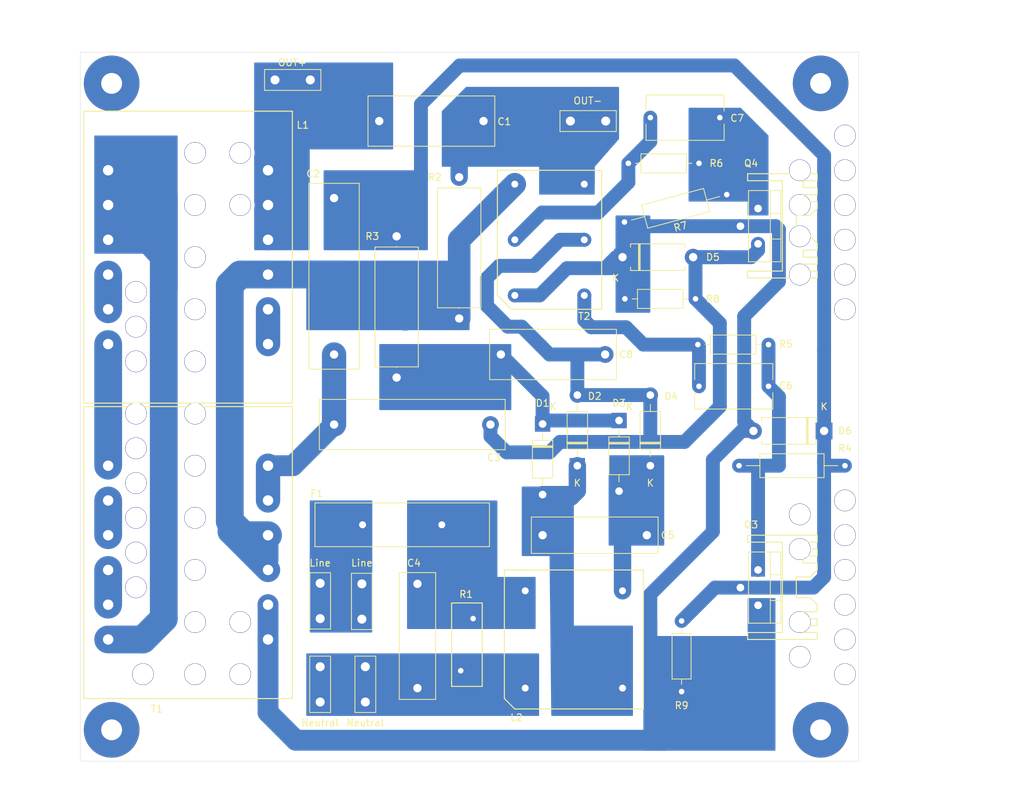
<source format=kicad_pcb>
(kicad_pcb (version 20210424) (generator pcbnew)
  (layers (0 "F.Cu" signal) (31 "B.Cu" signal) (34 "B.Paste" user) (35 "F.Paste" user) (36 "B.SilkS" user "B.Silkscreen") (37 "F.SilkS" user "F.Silkscreen") (38 "B.Mask" user) (39 "F.Mask" user) (44 "Edge.Cuts" user))
  (net 0 "")
  (net 1 "Net-(C1-Pad2)")
  (net 2 "Net-(C1-Pad1)")
  (net 3 "Net-(C2-Pad2)")
  (net 4 "Net-(C2-Pad1)")
  (net 5 "Net-(C3-Pad1)")
  (net 6 "Net-(C4-Pad2)")
  (net 7 "Net-(C4-Pad1)")
  (net 8 "Net-(C5-Pad2)")
  (net 9 "Net-(C5-Pad1)")
  (net 10 "Net-(C6-Pad2)")
  (net 11 "Net-(C6-Pad1)")
  (net 12 "Net-(C7-Pad2)")
  (net 13 "Net-(C7-Pad1)")
  (net 14 "Net-(C8-Pad2)")
  (net 15 "Net-(CONN1-Pad1)")
  (net 16 "Net-(D5-Pad1)")
  (net 17 "Net-(L1-Pad9)")
  (net 18 "Net-(L1-Pad7)")
  (net 19 "Net-(L1-Pad6)")
  (net 20 "Net-(L1-Pad4)")
  (net 21 "Net-(L1-Pad1)")
  (net 22 "Net-(T1-Pad4)")
  (net 23 "Net-(T1-Pad2)")
  (footprint "Capacitor_THT:C_Rect_L18.0mm_W7.0mm_P15.00mm_FKS3_FKP3" (layer "F.Cu") (at 86.5 35.42 180)
    (fp_text reference "C1" (at -3 -0.08) (layer "F.SilkS"))
    (fp_text value "DNP")
    (pad "1" thru_hole circle locked (at 0 0 180) (size 2.4 2.4) (drill 1.2) (layers *.Cu *.Mask) (net 2 "Net-(C1-Pad1)"))
    (pad "2" thru_hole circle locked (at 15 0 180) (size 2.4 2.4) (drill 1.2) (layers *.Cu *.Mask) (net 1 "Net-(C1-Pad2)"))
  )
  (footprint "Capacitor_THT:C_Rect_L26.5mm_W7.0mm_P22.50mm_MKS4" (layer "F.Cu") (at 65 46.5 -90)
    (fp_text reference "C2" (at -3.5 3 180) (layer "F.SilkS"))
    (fp_text value "105j630v")
    (pad "1" thru_hole circle locked (at 0 0 270) (size 2.4 2.4) (drill 1.2) (layers *.Cu *.Mask) (net 4 "Net-(C2-Pad1)"))
    (pad "2" thru_hole circle locked (at 22.5 0 270) (size 2.4 2.4) (drill 1.2) (layers *.Cu *.Mask) (net 3 "Net-(C2-Pad2)"))
  )
  (footprint "Capacitor_THT:C_Rect_L26.5mm_W7.0mm_P22.50mm_MKS4" (layer "F.Cu") (at 87.5 79.08 180)
    (fp_text reference "C3" (at -0.5 -4.75) (layer "F.SilkS"))
    (fp_text value "105j630v")
    (pad "1" thru_hole circle locked (at 0 0 180) (size 2.4 2.4) (drill 1.2) (layers *.Cu *.Mask) (net 5 "Net-(C3-Pad1)"))
    (pad "2" thru_hole circle locked (at 22.5 0 180) (size 2.4 2.4) (drill 1.2) (layers *.Cu *.Mask) (net 3 "Net-(C2-Pad2)"))
  )
  (footprint "Capacitor_THT:C_Rect_L18.0mm_W5.0mm_P15.00mm_FKS3_FKP3" (layer "F.Cu") (at 77 102 -90)
    (fp_text reference "C4" (at -3 0.5 180) (layer "F.SilkS"))
    (fp_text value ".1uF @ 275V")
    (pad "1" thru_hole circle locked (at 0 0 270) (size 2.4 2.4) (drill 1.2) (layers *.Cu *.Mask) (net 7 "Net-(C4-Pad1)"))
    (pad "2" thru_hole circle locked (at 15 0 270) (size 2.4 2.4) (drill 1.2) (layers *.Cu *.Mask) (net 6 "Net-(C4-Pad2)"))
  )
  (footprint "Capacitor_THT:C_Rect_L18.0mm_W5.0mm_P15.00mm_FKS3_FKP3" (layer "F.Cu") (at 110 95 180)
    (fp_text reference "C5" (at -3 0) (layer "F.SilkS"))
    (fp_text value ".1uF @ 275V")
    (pad "1" thru_hole circle locked (at 0 0 180) (size 2.4 2.4) (drill 1.2) (layers *.Cu *.Mask) (net 9 "Net-(C5-Pad1)"))
    (pad "2" thru_hole circle locked (at 15 0 180) (size 2.4 2.4) (drill 1.2) (layers *.Cu *.Mask) (net 8 "Net-(C5-Pad2)"))
  )
  (footprint "Capacitor_THT:C_Rect_L11.0mm_W6.3mm_P10.00mm_MKT" (layer "F.Cu") (at 127.5 73.58 180)
    (fp_text reference "C6" (at -2.5 0.08) (layer "F.SilkS"))
    (fp_text value "330nF @ 400V")
    (pad "1" thru_hole circle locked (at 0 0 180) (size 1.6 1.6) (drill 0.8) (layers *.Cu *.Mask) (net 11 "Net-(C6-Pad1)"))
    (pad "2" thru_hole circle locked (at 10 0 180) (size 1.6 1.6) (drill 0.8) (layers *.Cu *.Mask) (net 10 "Net-(C6-Pad2)"))
  )
  (footprint "Capacitor_THT:C_Rect_L11.0mm_W6.3mm_P10.00mm_MKT" (layer "F.Cu") (at 120.5 34.92 180)
    (fp_text reference "C7" (at -2.5 -0.08) (layer "F.SilkS"))
    (fp_text value "330nF @ 400V")
    (pad "1" thru_hole circle locked (at 0 0 180) (size 1.6 1.6) (drill 0.8) (layers *.Cu *.Mask) (net 13 "Net-(C7-Pad1)"))
    (pad "2" thru_hole circle locked (at 10 0 180) (size 1.6 1.6) (drill 0.8) (layers *.Cu *.Mask) (net 12 "Net-(C7-Pad2)"))
  )
  (footprint "Capacitor_THT:C_Rect_L18.0mm_W7.0mm_P15.00mm_FKS3_FKP3" (layer "F.Cu") (at 104 69 180)
    (fp_text reference "C8" (at -3 0) (layer "F.SilkS"))
    (fp_text value "DNP")
    (pad "1" thru_hole circle locked (at 0 0 180) (size 2.4 2.4) (drill 1.2) (layers *.Cu *.Mask) (net 5 "Net-(C3-Pad1)"))
    (pad "2" thru_hole circle locked (at 15 0 180) (size 2.4 2.4) (drill 1.2) (layers *.Cu *.Mask) (net 14 "Net-(C8-Pad2)"))
  )
  (footprint "MyCustomParts:Connector_Tab_Pitch5.08mm_Drill1.3mm" (layer "F.Cu") (at 63 107 90)
    (fp_text reference "CONN1")
    (fp_text value "Line" (at 8 0 180) (layer "F.SilkS"))
    (pad "1" thru_hole roundrect locked (at 0 0 90) (size 2.6 2.6) (drill 1.3) (layers *.Cu *.Mask) (net 15 "Net-(CONN1-Pad1)"))
    (pad "1" thru_hole circle locked (at 5.08 0 90) (size 2.6 2.6) (drill 1.3) (layers *.Cu *.Mask) (net 15 "Net-(CONN1-Pad1)"))
  )
  (footprint "MyCustomParts:Connector_Tab_Pitch5.08mm_Drill1.3mm" (layer "F.Cu") (at 69 107.08 90)
    (fp_text reference "CONN2")
    (fp_text value "Line" (at 8.08 0 180) (layer "F.SilkS"))
    (pad "1" thru_hole circle locked (at 5.08 0 90) (size 2.6 2.6) (drill 1.3) (layers *.Cu *.Mask) (net 15 "Net-(CONN1-Pad1)"))
    (pad "1" thru_hole roundrect locked (at 0 0 90) (size 2.6 2.6) (drill 1.3) (layers *.Cu *.Mask) (net 15 "Net-(CONN1-Pad1)"))
  )
  (footprint "MyCustomParts:Connector_Tab_Pitch5.08mm_Drill1.3mm" (layer "F.Cu") (at 63 119 90)
    (fp_text reference "CONN3")
    (fp_text value "Neutral" (at -3 0 180) (layer "F.SilkS"))
    (pad "1" thru_hole circle locked (at 5.08 0 90) (size 2.6 2.6) (drill 1.3) (layers *.Cu *.Mask) (net 6 "Net-(C4-Pad2)"))
    (pad "1" thru_hole roundrect locked (at 0 0 90) (size 2.6 2.6) (drill 1.3) (layers *.Cu *.Mask) (net 6 "Net-(C4-Pad2)"))
  )
  (footprint "MyCustomParts:Connector_Tab_Pitch5.08mm_Drill1.3mm" (layer "F.Cu") (at 69.5 119 90)
    (fp_text reference "CONN4")
    (fp_text value "Neutral" (at -3 0 180) (layer "F.SilkS"))
    (pad "1" thru_hole circle locked (at 5.08 0 90) (size 2.6 2.6) (drill 1.3) (layers *.Cu *.Mask) (net 6 "Net-(C4-Pad2)"))
    (pad "1" thru_hole roundrect locked (at 0 0 90) (size 2.6 2.6) (drill 1.3) (layers *.Cu *.Mask) (net 6 "Net-(C4-Pad2)"))
  )
  (footprint "MyCustomParts:Connector_Tab_Pitch5.08mm_Drill1.3mm" (layer "F.Cu") (at 56.5 29.5)
    (fp_text reference "CONN5")
    (fp_text value "OUT+" (at 2.5 -2.5) (layer "F.SilkS"))
    (pad "1" thru_hole roundrect locked (at 0 0) (size 2.6 2.6) (drill 1.3) (layers *.Cu *.Mask) (net 1 "Net-(C1-Pad2)"))
    (pad "1" thru_hole circle locked (at 5.08 0) (size 2.6 2.6) (drill 1.3) (layers *.Cu *.Mask) (net 1 "Net-(C1-Pad2)"))
  )
  (footprint "MyCustomParts:Connector_Tab_Pitch5.08mm_Drill1.3mm" (layer "F.Cu") (at 99 35.42)
    (fp_text reference "CONN6")
    (fp_text value "OUT-" (at 2.5 -2.92) (layer "F.SilkS"))
    (pad "1" thru_hole circle locked (at 5.08 0) (size 2.6 2.6) (drill 1.3) (layers *.Cu *.Mask) (net 2 "Net-(C1-Pad1)"))
    (pad "1" thru_hole roundrect locked (at 0 0) (size 2.6 2.6) (drill 1.3) (layers *.Cu *.Mask) (net 2 "Net-(C1-Pad1)"))
  )
  (footprint "Diode_THT:D_DO-41_SOD81_P10.16mm_Horizontal" (layer "F.Cu") (at 95 79 -90)
    (fp_text reference "D1" (at -3 0 180) (layer "F.SilkS"))
    (fp_text value "1N4007")
    (fp_text user "K" (at -2.5 -1.5 180) (layer "F.SilkS"))
    (pad "1" thru_hole rect locked (at 0 0 270) (size 2.2 2.2) (drill 1.1) (layers *.Cu *.Mask) (net 14 "Net-(C8-Pad2)"))
    (pad "2" thru_hole oval locked (at 10.16 0 270) (size 2.2 2.2) (drill 1.1) (layers *.Cu *.Mask) (net 8 "Net-(C5-Pad2)"))
  )
  (footprint "Diode_THT:D_DO-41_SOD81_P10.16mm_Horizontal" (layer "F.Cu") (at 100 85 90)
    (fp_text reference "D2" (at 10 2.5 180) (layer "F.SilkS"))
    (fp_text value "1N4007")
    (fp_text user "K" (at -2.5 0 180) (layer "F.SilkS"))
    (pad "1" thru_hole rect locked (at 0 0 90) (size 2.2 2.2) (drill 1.1) (layers *.Cu *.Mask) (net 8 "Net-(C5-Pad2)"))
    (pad "2" thru_hole oval locked (at 10.16 0 90) (size 2.2 2.2) (drill 1.1) (layers *.Cu *.Mask) (net 5 "Net-(C3-Pad1)"))
  )
  (footprint "Diode_THT:D_DO-41_SOD81_P10.16mm_Horizontal" (layer "F.Cu") (at 106 78.5 -90)
    (fp_text reference "D3" (at -2.5 0 180) (layer "F.SilkS"))
    (fp_text value "1N4007")
    (fp_text user "K" (at -2 -1.5 180) (layer "F.SilkS"))
    (pad "1" thru_hole rect locked (at 0 0 270) (size 2.2 2.2) (drill 1.1) (layers *.Cu *.Mask) (net 14 "Net-(C8-Pad2)"))
    (pad "2" thru_hole oval locked (at 10.16 0 270) (size 2.2 2.2) (drill 1.1) (layers *.Cu *.Mask) (net 9 "Net-(C5-Pad1)"))
  )
  (footprint "Diode_THT:D_DO-41_SOD81_P10.16mm_Horizontal" (layer "F.Cu") (at 110.5 85 90)
    (fp_text reference "D4" (at 10 3 180) (layer "F.SilkS"))
    (fp_text value "1N4007")
    (fp_text user "K" (at -2.5 0 180) (layer "F.SilkS"))
    (pad "1" thru_hole rect locked (at 0 0 90) (size 2.2 2.2) (drill 1.1) (layers *.Cu *.Mask) (net 9 "Net-(C5-Pad1)"))
    (pad "2" thru_hole oval locked (at 10.16 0 90) (size 2.2 2.2) (drill 1.1) (layers *.Cu *.Mask) (net 5 "Net-(C3-Pad1)"))
  )
  (footprint "Diode_THT:D_DO-15_P10.16mm_Horizontal" (layer "F.Cu") (at 106.5 55)
    (fp_text reference "D5" (at 13 0) (layer "F.SilkS"))
    (fp_text value "FR157")
    (fp_text user "K" (at -1 3) (layer "F.SilkS"))
    (pad "1" thru_hole rect locked (at 0 0) (size 2.4 2.4) (drill 1.2) (layers *.Cu *.Mask) (net 16 "Net-(D5-Pad1)"))
    (pad "2" thru_hole oval locked (at 10.16 0) (size 2.4 2.4) (drill 1.2) (layers *.Cu *.Mask) (net 5 "Net-(C3-Pad1)"))
  )
  (footprint "Diode_THT:D_DO-15_P10.16mm_Horizontal" (layer "F.Cu") (at 135.5 80 180)
    (fp_text reference "D6" (at -3 0) (layer "F.SilkS"))
    (fp_text value "FR157")
    (fp_text user "K" (at 0 3.5) (layer "F.SilkS"))
    (pad "1" thru_hole rect locked (at 0 0 180) (size 2.4 2.4) (drill 1.2) (layers *.Cu *.Mask) (net 4 "Net-(C2-Pad1)"))
    (pad "2" thru_hole oval locked (at 10.16 0 180) (size 2.4 2.4) (drill 1.2) (layers *.Cu *.Mask) (net 16 "Net-(D5-Pad1)"))
  )
  (footprint "Fuse:Fuse_Littelfuse-LVR200" (layer "F.Cu") (at 80.5 93.5 180)
    (fp_text reference "F1" (at 18 4.5) (layer "F.SilkS"))
    (fp_text value "3.15A")
    (pad "1" thru_hole circle locked (at 0 0 180) (size 2 2) (drill 1) (layers *.Cu *.Mask) (net 7 "Net-(C4-Pad1)"))
    (pad "2" thru_hole circle locked (at 11.4 0 180) (size 2 2) (drill 1) (layers *.Cu *.Mask) (net 15 "Net-(CONN1-Pad1)"))
  )
  (footprint "MyCustomParts:Transformer_12pin_23mm_5pp" (layer "F.Cu") (at 44 55 -90)
    (fp_text reference "L1" (at -19 -16.5 unlocked) (layer "F.SilkS"))
    (fp_text value "Transformer_110_220-DG2")
    (pad "1" thru_hole circle locked (at -12.5 11.5 270) (size 3 3) (drill 1.5) (layers *.Cu *.Mask) (net 21 "Net-(L1-Pad1)"))
    (pad "2" thru_hole circle locked (at -7.5 11.5 270) (size 3 3) (drill 1.5) (layers *.Cu *.Mask) (net 21 "Net-(L1-Pad1)"))
    (pad "3" thru_hole circle locked (at -2.5 11.5 270) (size 3 3) (drill 1.5) (layers *.Cu *.Mask) (net 21 "Net-(L1-Pad1)"))
    (pad "4" thru_hole circle locked (at 2.5 11.5 270) (size 3 3) (drill 1.5) (layers *.Cu *.Mask) (net 20 "Net-(L1-Pad4)"))
    (pad "5" thru_hole circle locked (at 7.5 11.5 270) (size 3 3) (drill 1.5) (layers *.Cu *.Mask) (net 20 "Net-(L1-Pad4)"))
    (pad "6" thru_hole circle locked (at 12.5 11.5 270) (size 3 3) (drill 1.5) (layers *.Cu *.Mask) (net 19 "Net-(L1-Pad6)"))
    (pad "7" thru_hole circle locked (at 12.5 -11.5 270) (size 3 3) (drill 1.5) (layers *.Cu *.Mask) (net 18 "Net-(L1-Pad7)"))
    (pad "8" thru_hole circle locked (at 7.5 -11.5 270) (size 3 3) (drill 1.5) (layers *.Cu *.Mask) (net 18 "Net-(L1-Pad7)"))
    (pad "9" thru_hole circle locked (at 2.5 -11.5 270) (size 3 3) (drill 1.5) (layers *.Cu *.Mask) (net 17 "Net-(L1-Pad9)"))
    (pad "10" thru_hole circle locked (at -2.5 -11.5 270) (size 3 3) (drill 1.5) (layers *.Cu *.Mask) (net 1 "Net-(C1-Pad2)"))
    (pad "11" thru_hole circle locked (at -7.5 -11.5 270) (size 3 3) (drill 1.5) (layers *.Cu *.Mask) (net 1 "Net-(C1-Pad2)"))
    (pad "12" thru_hole circle locked (at -12.5 -11.5 270) (size 3 3) (drill 1.5) (layers *.Cu *.Mask) (net 1 "Net-(C1-Pad2)"))
  )
  (footprint "MyCustomParts:Inductor_Custom_1to1" (layer "F.Cu") (at 99.5 110)
    (fp_text reference "L2" (at -8.25 11.25 unlocked) (layer "F.SilkS"))
    (fp_text value "43uH")
    (pad "1" thru_hole circle locked (at -7 7) (size 2 2) (drill 1) (layers *.Cu *.Mask) (net 6 "Net-(C4-Pad2)"))
    (pad "2" thru_hole circle locked (at 7 7) (size 2 2) (drill 1) (layers *.Cu *.Mask) (net 8 "Net-(C5-Pad2)"))
    (pad "3" thru_hole circle locked (at 7 -7) (size 2 2) (drill 1) (layers *.Cu *.Mask) (net 9 "Net-(C5-Pad1)"))
    (pad "4" thru_hole circle locked (at -7 -7) (size 2 2) (drill 1) (layers *.Cu *.Mask) (net 7 "Net-(C4-Pad1)"))
  )
  (footprint "Package_TO_SOT_THT:TO-220-3_Vertical" (layer "F.Cu") (at 126 100 -90)
    (fp_text reference "Q3" (at -6.5 1) (layer "F.SilkS"))
    (fp_text value "FJP13009H2TU")
    (pad "1" thru_hole rect locked (at 0 0 270) (size 1.905 2) (drill 1.1) (layers *.Cu *.Mask) (net 11 "Net-(C6-Pad1)"))
    (pad "2" thru_hole oval locked (at 2.54 2.54 270) (size 1.905 2) (drill 1.1) (layers *.Cu *.Mask) (net 4 "Net-(C2-Pad1)"))
    (pad "3" thru_hole oval locked (at 5.08 0 270) (size 1.905 2) (drill 1.1) (layers *.Cu *.Mask) (net 16 "Net-(D5-Pad1)"))
  )
  (footprint "Package_TO_SOT_THT:TO-220-3_Vertical" (layer "F.Cu") (at 126 48 -90)
    (fp_text reference "Q4" (at -6.5 1) (layer "F.SilkS"))
    (fp_text value "FJP13009H2TU")
    (pad "1" thru_hole rect locked (at 0 0 270) (size 1.905 2) (drill 1.1) (layers *.Cu *.Mask) (net 13 "Net-(C7-Pad1)"))
    (pad "2" thru_hole oval locked (at 2.54 2.54 270) (size 1.905 2) (drill 1.1) (layers *.Cu *.Mask) (net 16 "Net-(D5-Pad1)"))
    (pad "3" thru_hole oval locked (at 5.08 0 270) (size 1.905 2) (drill 1.1) (layers *.Cu *.Mask) (net 5 "Net-(C3-Pad1)"))
  )
  (footprint "Varistor:RV_Disc_D12mm_W4.4mm_P7.5mm" (layer "F.Cu") (at 85 107 -90)
    (fp_text reference "R1" (at -3.5 1 180) (layer "F.SilkS"))
    (fp_text value "10D471K")
    (pad "1" thru_hole circle locked (at 0 0 270) (size 1.8 1.8) (drill 0.8) (layers *.Cu *.Mask) (net 7 "Net-(C4-Pad1)"))
    (pad "2" thru_hole circle locked (at 7.5 1.775 270) (size 1.8 1.8) (drill 0.8) (layers *.Cu *.Mask) (net 6 "Net-(C4-Pad2)"))
  )
  (footprint "Resistor_THT:R_Axial_DIN0617_L17.0mm_D6.0mm_P20.32mm_Horizontal" (layer "F.Cu") (at 83 43.5 -90)
    (fp_text reference "R2" (at 0 3.5 180) (layer "F.SilkS"))
    (fp_text value "5.1R @ 3W")
    (pad "1" thru_hole circle locked (at 0 0 270) (size 2.4 2.4) (drill 1.2) (layers *.Cu *.Mask) (net 2 "Net-(C1-Pad1)"))
    (pad "2" thru_hole oval locked (at 20.32 0 270) (size 2.4 2.4) (drill 1.2) (layers *.Cu *.Mask) (net 17 "Net-(L1-Pad9)"))
  )
  (footprint "Resistor_THT:R_Axial_DIN0617_L17.0mm_D6.0mm_P20.32mm_Horizontal" (layer "F.Cu") (at 74 52 -90)
    (fp_text reference "R3" (at 0 3.5 180) (layer "F.SilkS"))
    (fp_text value "0R")
    (pad "1" thru_hole circle locked (at 0 0 270) (size 2.4 2.4) (drill 1.2) (layers *.Cu *.Mask) (net 4 "Net-(C2-Pad1)"))
    (pad "2" thru_hole oval locked (at 20.32 0 270) (size 2.4 2.4) (drill 1.2) (layers *.Cu *.Mask) (net 14 "Net-(C8-Pad2)"))
  )
  (footprint "Resistor_THT:R_Axial_DIN0309_L9.0mm_D3.2mm_P15.24mm_Horizontal" (layer "F.Cu") (at 138.5 85 180)
    (fp_text reference "R4" (at 0 2.5) (layer "F.SilkS"))
    (fp_text value "24k @ 1W")
    (pad "1" thru_hole circle locked (at 0 0 180) (size 1.6 1.6) (drill 0.8) (layers *.Cu *.Mask) (net 4 "Net-(C2-Pad1)"))
    (pad "2" thru_hole oval locked (at 15.24 0 180) (size 1.6 1.6) (drill 0.8) (layers *.Cu *.Mask) (net 11 "Net-(C6-Pad1)"))
  )
  (footprint "Resistor_THT:R_Axial_DIN0207_L6.3mm_D2.5mm_P10.16mm_Horizontal" (layer "F.Cu") (at 127.5 67.58 180)
    (fp_text reference "R5" (at -2.5 0.08) (layer "F.SilkS"))
    (fp_text value "510R @ 0.5W")
    (pad "1" thru_hole circle locked (at 0 0 180) (size 1.6 1.6) (drill 0.8) (layers *.Cu *.Mask) (net 11 "Net-(C6-Pad1)"))
    (pad "2" thru_hole oval locked (at 10.16 0 180) (size 1.6 1.6) (drill 0.8) (layers *.Cu *.Mask) (net 10 "Net-(C6-Pad2)"))
  )
  (footprint "Resistor_THT:R_Axial_DIN0207_L6.3mm_D2.5mm_P10.16mm_Horizontal" (layer "F.Cu") (at 117.5 41.5 180)
    (fp_text reference "R6" (at -2.5 0) (layer "F.SilkS"))
    (fp_text value "510R @ 0.5W")
    (pad "1" thru_hole circle locked (at 0 0 180) (size 1.6 1.6) (drill 0.8) (layers *.Cu *.Mask) (net 13 "Net-(C7-Pad1)"))
    (pad "2" thru_hole oval locked (at 10.16 0 180) (size 1.6 1.6) (drill 0.8) (layers *.Cu *.Mask) (net 12 "Net-(C7-Pad2)"))
  )
  (footprint "Resistor_THT:R_Axial_DIN0309_L9.0mm_D3.2mm_P15.24mm_Horizontal" (layer "F.Cu") (at 121.5 46 -165)
    (fp_text reference "R7" (at 7.62 -2.72 15) (layer "F.SilkS"))
    (fp_text value "24k @ 1W")
    (pad "1" thru_hole circle locked (at 0 0 195) (size 1.6 1.6) (drill 0.8) (layers *.Cu *.Mask) (net 13 "Net-(C7-Pad1)"))
    (pad "2" thru_hole oval locked (at 15.24 0 195) (size 1.6 1.6) (drill 0.8) (layers *.Cu *.Mask) (net 16 "Net-(D5-Pad1)"))
  )
  (footprint "Resistor_THT:R_Axial_DIN0207_L6.3mm_D2.5mm_P10.16mm_Horizontal" (layer "F.Cu") (at 117 61 180)
    (fp_text reference "R8" (at -2.5 0) (layer "F.SilkS"))
    (fp_text value "DNP")
    (pad "1" thru_hole circle locked (at 0 0 180) (size 1.6 1.6) (drill 0.8) (layers *.Cu *.Mask) (net 5 "Net-(C3-Pad1)"))
    (pad "2" thru_hole oval locked (at 10.16 0 180) (size 1.6 1.6) (drill 0.8) (layers *.Cu *.Mask) (net 16 "Net-(D5-Pad1)"))
  )
  (footprint "Resistor_THT:R_Axial_DIN0207_L6.3mm_D2.5mm_P10.16mm_Horizontal" (layer "F.Cu") (at 115 117.5 90)
    (fp_text reference "R9" (at -2 0 180) (layer "F.SilkS"))
    (fp_text value "DNP")
    (pad "1" thru_hole circle locked (at 0 0 90) (size 1.6 1.6) (drill 0.8) (layers *.Cu *.Mask) (net 16 "Net-(D5-Pad1)"))
    (pad "2" thru_hole oval locked (at 10.16 0 90) (size 1.6 1.6) (drill 0.8) (layers *.Cu *.Mask) (net 4 "Net-(C2-Pad1)"))
  )
  (footprint "MyCustomParts:Transformer_12pin_23mm_5pp" (layer "F.Cu") (at 44 97.5 -90)
    (fp_text reference "T1" (at 22.5 4.5 unlocked) (layer "F.SilkS"))
    (fp_text value "Transformer_110-SY")
    (pad "1" thru_hole circle locked (at -12.5 11.5 270) (size 3 3) (drill 1.5) (layers *.Cu *.Mask) (net 19 "Net-(L1-Pad6)"))
    (pad "2" thru_hole circle locked (at -7.5 11.5 270) (size 3 3) (drill 1.5) (layers *.Cu *.Mask) (net 23 "Net-(T1-Pad2)"))
    (pad "3" thru_hole circle locked (at -2.5 11.5 270) (size 3 3) (drill 1.5) (layers *.Cu *.Mask) (net 23 "Net-(T1-Pad2)"))
    (pad "4" thru_hole circle locked (at 2.5 11.5 270) (size 3 3) (drill 1.5) (layers *.Cu *.Mask) (net 22 "Net-(T1-Pad4)"))
    (pad "5" thru_hole circle locked (at 7.5 11.5 270) (size 3 3) (drill 1.5) (layers *.Cu *.Mask) (net 22 "Net-(T1-Pad4)"))
    (pad "6" thru_hole circle locked (at 12.5 11.5 270) (size 3 3) (drill 1.5) (layers *.Cu *.Mask) (net 21 "Net-(L1-Pad1)"))
    (pad "7" thru_hole circle locked (at 12.5 -11.5 270) (size 3 3) (drill 1.5) (layers *.Cu *.Mask) (net 16 "Net-(D5-Pad1)"))
    (pad "8" thru_hole circle locked (at 7.5 -11.5 270) (size 3 3) (drill 1.5) (layers *.Cu *.Mask) (net 16 "Net-(D5-Pad1)"))
    (pad "9" thru_hole circle locked (at 2.5 -11.5 270) (size 3 3) (drill 1.5) (layers *.Cu *.Mask) (net 17 "Net-(L1-Pad9)"))
    (pad "10" thru_hole circle locked (at -2.5 -11.5 270) (size 3 3) (drill 1.5) (layers *.Cu *.Mask) (net 17 "Net-(L1-Pad9)"))
    (pad "11" thru_hole circle locked (at -7.5 -11.5 270) (size 3 3) (drill 1.5) (layers *.Cu *.Mask) (net 3 "Net-(C2-Pad2)"))
    (pad "12" thru_hole circle locked (at -12.5 -11.5 270) (size 3 3) (drill 1.5) (layers *.Cu *.Mask) (net 3 "Net-(C2-Pad2)"))
  )
  (footprint "MyCustomParts:Inductor_Custom_3x" (layer "F.Cu") (at 96 52.5)
    (fp_text reference "T2" (at 5 11 unlocked) (layer "F.SilkS"))
    (fp_text value "3in1")
    (pad "1" thru_hole circle locked (at -5 8) (size 2 2) (drill 1) (layers *.Cu *.Mask) (net 16 "Net-(D5-Pad1)"))
    (pad "2" thru_hole circle locked (at 5 8) (size 2 2) (drill 1) (layers *.Cu *.Mask) (net 10 "Net-(C6-Pad2)"))
    (pad "3" thru_hole circle locked (at -5 0) (size 2 2) (drill 1) (layers *.Cu *.Mask) (net 12 "Net-(C7-Pad2)"))
    (pad "4" thru_hole circle locked (at 5 0) (size 2 2) (drill 1) (layers *.Cu *.Mask) (net 5 "Net-(C3-Pad1)"))
    (pad "5" thru_hole circle locked (at -5 -8) (size 2 2) (drill 1) (layers *.Cu *.Mask) (net 17 "Net-(L1-Pad9)"))
    (pad "6" thru_hole circle locked (at 5 -8) (size 2 2) (drill 1) (layers *.Cu *.Mask) (net 2 "Net-(C1-Pad1)"))
  )
  (footprint "MyCustomParts:HEATSINK_15x10x25mm" (layer "F.Cu") (at 129.5 102.5 -90)
    (fp_text reference "HS1" hide)
    (fp_text value "Heatsink_Pad" hide)
  )
  (footprint "MyCustomParts:HEATSINK_15x10x25mm" (layer "F.Cu") (at 129.5 50.5 -90)
    (fp_text reference "HS2" hide)
    (fp_text value "Heatsink_Pad" hide)
  )
  (gr_line (start 28.5 127.5) (end 140.5 127.5) (layer "Edge.Cuts") (width 0.05))
  (gr_line (start 140.5 25.5) (end 28.5 25.5) (layer "Edge.Cuts") (width 0.05))
  (gr_line (start 140.5 127.5) (end 140.5 25.5) (layer "Edge.Cuts") (width 0.05))
  (gr_line (start 28.5 25.5) (end 28.5 127.5) (layer "Edge.Cuts") (width 0.05))
  (via (at 135 30) (size 8) (drill 3) (layers "F.Cu" "B.Cu") (net 0))
  (via (at 33 123) (size 8) (drill 3) (layers "F.Cu" "B.Cu") (net 0))
  (via (at 135 123) (size 8) (drill 3) (layers "F.Cu" "B.Cu") (net 0))
  (via (at 36.5 65) (size 3.1) (drill 3) (layers "F.Cu" "B.Cu") (net 0))
  (via (at 36.5 70) (size 3.1) (drill 3) (layers "F.Cu" "B.Cu") (net 0))
  (via (at 36.5 77.5) (size 3.1) (drill 3) (layers "F.Cu" "B.Cu") (net 0))
  (via (at 36.5 87.5) (size 3.1) (drill 3) (layers "F.Cu" "B.Cu") (net 0))
  (via (at 36.5 92.5) (size 3.1) (drill 3) (layers "F.Cu" "B.Cu") (net 0))
  (via (at 36.5 97.5) (size 3.1) (drill 3) (layers "F.Cu" "B.Cu") (net 0))
  (via (at 36.5 102.5) (size 3.1) (drill 3) (layers "F.Cu" "B.Cu") (net 0))
  (via (at 37.5 115) (size 3.1) (drill 3) (layers "F.Cu" "B.Cu") (net 0))
  (via (at 51.5 115) (size 3.1) (drill 3) (layers "F.Cu" "B.Cu") (net 0))
  (via (at 45 115) (size 3.1) (drill 3) (layers "F.Cu" "B.Cu") (net 0))
  (via (at 45 107.5) (size 3.1) (drill 3) (layers "F.Cu" "B.Cu") (net 0))
  (via (at 45 100) (size 3.1) (drill 3) (layers "F.Cu" "B.Cu") (net 0))
  (via (at 45 92.5) (size 3.1) (drill 3) (layers "F.Cu" "B.Cu") (net 0))
  (via (at 45 70) (size 3.1) (drill 3) (layers "F.Cu" "B.Cu") (net 0))
  (via (at 45 77.5) (size 3.1) (drill 3) (layers "F.Cu" "B.Cu") (net 0))
  (via (at 45 85) (size 3.1) (drill 3) (layers "F.Cu" "B.Cu") (net 0))
  (via (at 51.5 107.5) (size 3.1) (drill 3) (layers "F.Cu" "B.Cu") (net 0))
  (via (at 45 55) (size 3.1) (drill 3) (layers "F.Cu" "B.Cu") (net 0))
  (via (at 45 62.5) (size 3.1) (drill 3) (layers "F.Cu" "B.Cu") (net 0))
  (via (at 45 40) (size 3.1) (drill 3) (layers "F.Cu" "B.Cu") (net 0))
  (via (at 45 47.5) (size 3.1) (drill 3) (layers "F.Cu" "B.Cu") (net 0))
  (via (at 51.5 40) (size 3.1) (drill 3) (layers "F.Cu" "B.Cu") (net 0))
  (via (at 51.5 47.5) (size 3.1) (drill 3) (layers "F.Cu" "B.Cu") (net 0))
  (via (at 138.5 37.5) (size 3.1) (drill 3) (layers "F.Cu" "B.Cu") (net 0))
  (via (at 138.5 42.5) (size 3.1) (drill 3) (layers "F.Cu" "B.Cu") (net 0))
  (via (at 138.5 47.5) (size 3.1) (drill 3) (layers "F.Cu" "B.Cu") (net 0))
  (via (at 138.5 52.5) (size 3.1) (drill 3) (layers "F.Cu" "B.Cu") (net 0))
  (via (at 138.5 57.5) (size 3.1) (drill 3) (layers "F.Cu" "B.Cu") (net 0))
  (via (at 138.5 62.5) (size 3.1) (drill 3) (layers "F.Cu" "B.Cu") (net 0))
  (via (at 138.5 90) (size 3.1) (drill 3) (layers "F.Cu" "B.Cu") (net 0))
  (via (at 138.5 95) (size 3.1) (drill 3) (layers "F.Cu" "B.Cu") (net 0))
  (via (at 138.5 100) (size 3.1) (drill 3) (layers "F.Cu" "B.Cu") (net 0))
  (via (at 138.5 105) (size 3.1) (drill 3) (layers "F.Cu" "B.Cu") (net 0))
  (via (at 138.5 110) (size 3.1) (drill 3) (layers "F.Cu" "B.Cu") (net 0))
  (via (at 138.5 115) (size 3.1) (drill 3) (layers "F.Cu" "B.Cu") (net 0))
  (via (at 132 112.5) (size 3.1) (drill 3) (layers "F.Cu" "B.Cu") (net 0))
  (via (at 132 42.5) (size 3.1) (drill 3) (layers "F.Cu" "B.Cu") (net 0))
  (via (at 132 47.5) (size 3.1) (drill 3) (layers "F.Cu" "B.Cu") (net 0))
  (via (at 132 52) (size 3.1) (drill 3) (layers "F.Cu" "B.Cu") (net 0))
  (via (at 132 57.5) (size 3.1) (drill 3) (layers "F.Cu" "B.Cu") (net 0))
  (via (at 132 92) (size 3.1) (drill 3) (layers "F.Cu" "B.Cu") (net 0))
  (via (at 132 97) (size 3.1) (drill 3) (layers "F.Cu" "B.Cu") (net 0))
  (via (at 132 107.5) (size 3.1) (drill 3) (layers "F.Cu" "B.Cu") (net 0))
  (via (at 36.5 82.5) (size 3.1) (drill 3) (layers "F.Cu" "B.Cu") (net 0))
  (via (at 36.5 60) (size 3.1) (drill 3) (layers "F.Cu" "B.Cu") (net 0))
  (via (at 33 30) (size 8) (drill 3) (layers "F.Cu" "B.Cu") (net 0))
  (segment (start 83 38.92) (end 86.5 35.42) (width 2.5) (layer "B.Cu") (net 2))
  (segment (start 100.92 35.42) (end 104.08 35.42) (width 2) (layer "B.Cu") (net 2))
  (segment (start 99 35.42) (end 104.08 35.42) (width 3.5) (layer "B.Cu") (net 2))
  (segment (start 101 44.5) (end 101 35.5) (width 3) (layer "B.Cu") (net 2))
  (segment (start 83 43.5) (end 83 38.92) (width 2.5) (layer "B.Cu") (net 2))
  (segment (start 99 35.42) (end 86.5 35.42) (width 3.5) (layer "B.Cu") (net 2))
  (segment (start 86.5 35.42) (end 100.92 35.42) (width 2) (layer "B.Cu") (net 2))
  (segment (start 101 35.5) (end 100.92 35.42) (width 3) (layer "B.Cu") (net 2))
  (segment (start 59.08 85) (end 55.5 85) (width 3) (layer "B.Cu") (net 3))
  (segment (start 55.5 85) (end 55.5 90) (width 3.5) (layer "B.Cu") (net 3))
  (segment (start 65 79.08) (end 59.08 85) (width 3) (layer "B.Cu") (net 3))
  (segment (start 65 69) (end 65 79.08) (width 3.5) (layer "B.Cu") (net 3))
  (segment (start 135.5 101) (end 133.96 102.54) (width 2) (layer "B.Cu") (net 4))
  (segment (start 135.5 80) (end 135.5 84.5) (width 2) (layer "B.Cu") (net 4))
  (segment (start 122.58 27.42) (end 83.08 27.42) (width 2) (layer "B.Cu") (net 4))
  (segment (start 136 85) (end 135.5 84.5) (width 2) (layer "B.Cu") (net 4))
  (segment (start 135.5 84.5) (end 135.5 101) (width 2) (layer "B.Cu") (net 4))
  (segment (start 135.5 68.5) (end 135.5 80) (width 2) (layer "B.Cu") (net 4))
  (segment (start 135.5 40.34) (end 122.58 27.42) (width 2) (layer "B.Cu") (net 4))
  (segment (start 138.5 85) (end 136 85) (width 2) (layer "B.Cu") (net 4))
  (segment (start 133.96 102.54) (end 127.46 102.54) (width 2) (layer "B.Cu") (net 4))
  (segment (start 77.5 33) (end 77.5 44) (width 2) (layer "B.Cu") (net 4))
  (segment (start 119.8 102.54) (end 115 107.34) (width 2) (layer "B.Cu") (net 4))
  (segment (start 127.46 102.54) (end 119.8 102.54) (width 2) (layer "B.Cu") (net 4))
  (segment (start 135.5 68.5) (end 135.5 40.34) (width 2) (layer "B.Cu") (net 4))
  (segment (start 83.08 27.42) (end 77.5 33) (width 2) (layer "B.Cu") (net 4))
  (segment (start 110.5 81.08) (end 110.5 74.84) (width 2) (layer "B.Cu") (net 5))
  (segment (start 125 55) (end 116.66 55) (width 2) (layer "B.Cu") (net 5))
  (segment (start 115.42 81.58) (end 110 81.58) (width 2) (layer "B.Cu") (net 5))
  (segment (start 120.5 76.5) (end 115.42 81.58) (width 2) (layer "B.Cu") (net 5))
  (segment (start 96 69) (end 94.75 67.75) (width 2) (layer "B.Cu") (net 5))
  (segment (start 110 81.58) (end 110.5 81.08) (width 2) (layer "B.Cu") (net 5))
  (segment (start 117 61) (end 117 55.34) (width 2) (layer "B.Cu") (net 5))
  (segment (start 90 65) (end 92 65) (width 2) (layer "B.Cu") (net 5))
  (segment (start 126 54) (end 125 55) (width 2) (layer "B.Cu") (net 5))
  (segment (start 97.5 81.58) (end 110 81.58) (width 2) (layer "B.Cu") (net 5))
  (segment (start 92 65) (end 94.75 67.75) (width 2) (layer "B.Cu") (net 5))
  (segment (start 110.5 74.84) (end 100 74.84) (width 2) (layer "B.Cu") (net 5))
  (segment (start 120.92 55) (end 116.66 55) (width 2) (layer "B.Cu") (net 5))
  (segment (start 88.75 56.25) (end 87 58) (width 2) (layer "B.Cu") (net 5))
  (segment (start 100 69) (end 96 69) (width 2) (layer "B.Cu") (net 5))
  (segment (start 104 69) (end 100 69) (width 2) (layer "B.Cu") (net 5))
  (segment (start 89.802944 83.08) (end 96 83.08) (width 2) (layer "B.Cu") (net 5))
  (segment (start 96 83.08) (end 97.5 81.58) (width 2) (layer "B.Cu") (net 5))
  (segment (start 87.5 79.08) (end 87.5 80.777056) (width 2) (layer "B.Cu") (net 5))
  (segment (start 126 53.08) (end 126 54) (width 2) (layer "B.Cu") (net 5))
  (segment (start 100 74.84) (end 100 69) (width 2) (layer "B.Cu") (net 5))
  (segment (start 101 52.5) (end 97.5 52.5) (width 2) (layer "B.Cu") (net 5))
  (segment (start 87 58) (end 87 62) (width 2) (layer "B.Cu") (net 5))
  (segment (start 120.5 64.5) (end 120.5 76.5) (width 2) (layer "B.Cu") (net 5))
  (segment (start 97.5 52.5) (end 93.75 56.25) (width 2) (layer "B.Cu") (net 5))
  (segment (start 87 62) (end 90 65) (width 2) (layer "B.Cu") (net 5))
  (segment (start 93.75 56.25) (end 88.75 56.25) (width 2) (layer "B.Cu") (net 5))
  (segment (start 117 61) (end 120.5 64.5) (width 2) (layer "B.Cu") (net 5))
  (segment (start 87.5 80.777056) (end 89.802944 83.08) (width 2) (layer "B.Cu") (net 5))
  (segment (start 117 55.34) (end 116.66 55) (width 2) (layer "B.Cu") (net 5))
  (segment (start 69.5 113.92) (end 69.5 119) (width 2) (layer "B.Cu") (net 6))
  (segment (start 78 118) (end 77 119) (width 2) (layer "B.Cu") (net 6))
  (segment (start 82.725 118) (end 78 118) (width 2) (layer "B.Cu") (net 6))
  (segment (start 63 113.92) (end 69.5 113.92) (width 2) (layer "B.Cu") (net 6))
  (segment (start 83.725 117) (end 82.725 118) (width 2) (layer "B.Cu") (net 6))
  (segment (start 82.725 114.305) (end 82.34 113.92) (width 2) (layer "B.Cu") (net 6))
  (segment (start 77 119) (end 69.5 119) (width 2) (layer "B.Cu") (net 6))
  (segment (start 82.725 118) (end 82.725 114.305) (width 2) (layer "B.Cu") (net 6))
  (segment (start 82.34 113.92) (end 69.5 113.92) (width 2) (layer "B.Cu") (net 6))
  (segment (start 63 119) (end 63 113.92) (width 2) (layer "B.Cu") (net 6))
  (segment (start 69.5 119) (end 63 119) (width 2) (layer "B.Cu") (net 6))
  (segment (start 91 117) (end 83.725 117) (width 2) (layer "B.Cu") (net 6))
  (segment (start 86.58 95.16) (end 86.58 103) (width 2) (layer "B.Cu") (net 7))
  (segment (start 80.5 93.5) (end 79.085787 93.5) (width 2) (layer "B.Cu") (net 7))
  (segment (start 77 94.08) (end 77 104) (width 2) (layer "B.Cu") (net 7))
  (segment (start 86.58 103) (end 84.5 103) (width 2) (layer "B.Cu") (net 7))
  (segment (start 80.5 93.5) (end 81.914213 93.5) (width 2) (layer "B.Cu") (net 7))
  (segment (start 79.58 103.117056) (end 79.58 103) (width 2) (layer "B.Cu") (net 7))
  (segment (start 81.994213 93.58) (end 85 93.58) (width 2) (layer "B.Cu") (net 7))
  (segment (start 85 93.58) (end 86.58 95.16) (width 2) (layer "B.Cu") (net 7))
  (segment (start 79.085787 93.5) (end 79.005787 93.58) (width 2) (layer "B.Cu") (net 7))
  (segment (start 78.697056 104) (end 79.58 103.117056) (width 2) (layer "B.Cu") (net 7))
  (segment (start 81.914213 93.5) (end 81.994213 93.58) (width 2) (layer "B.Cu") (net 7))
  (segment (start 84.5 103) (end 79.58 103) (width 2) (layer "B.Cu") (net 7))
  (segment (start 77 104) (end 78.697056 104) (width 2) (layer "B.Cu") (net 7))
  (segment (start 99.1 89.5) (end 98.76 89.16) (width 2.5) (layer "B.Cu") (net 8))
  (segment (start 98.76 89.16) (end 95 89.16) (width 2.5) (layer "B.Cu") (net 8))
  (segment (start 95 95) (end 95 89.16) (width 2) (layer "B.Cu") (net 8))
  (segment (start 100 88.6) (end 99.1 89.5) (width 2.5) (layer "B.Cu") (net 8))
  (segment (start 100 85) (end 100 88.6) (width 2.5) (layer "B.Cu") (net 8))
  (segment (start 106.5 89.16) (end 106 88.66) (width 2.5) (layer "B.Cu") (net 9))
  (segment (start 108.302944 95) (end 106 95) (width 2.5) (layer "B.Cu") (net 9))
  (segment (start 106.5 103) (end 106.5 89.16) (width 2.5) (layer "B.Cu") (net 9))
  (segment (start 106 88.66) (end 106 95) (width 2.5) (layer "B.Cu") (net 9))
  (segment (start 110.5 85) (end 109.66 85) (width 2) (layer "B.Cu") (net 9))
  (segment (start 106 88.66) (end 106 91) (width 2) (layer "B.Cu") (net 9))
  (segment (start 110 95) (end 108.302944 95) (width 2.5) (layer "B.Cu") (net 9))
  (segment (start 109.66 85) (end 106 88.66) (width 2) (layer "B.Cu") (net 9))
  (segment (start 109.5 67.58) (end 107 65.08) (width 2) (layer "B.Cu") (net 10))
  (segment (start 107 65.08) (end 102 65.08) (width 2) (layer "B.Cu") (net 10))
  (segment (start 117.34 67.58) (end 109.5 67.58) (width 2) (layer "B.Cu") (net 10))
  (segment (start 117.5 73.58) (end 117.5 67.74) (width 2) (layer "B.Cu") (net 10))
  (segment (start 101 60.5) (end 101 64.08) (width 2) (layer "B.Cu") (net 10))
  (segment (start 117.5 67.74) (end 117.34 67.58) (width 2) (layer "B.Cu") (net 10))
  (segment (start 101 64.08) (end 102 65.08) (width 2) (layer "B.Cu") (net 10))
  (segment (start 129 75.08) (end 127.5 73.58) (width 2) (layer "B.Cu") (net 11))
  (segment (start 126 100) (end 126 85.5) (width 2) (layer "B.Cu") (net 11))
  (segment (start 129 85) (end 129 75.08) (width 2) (layer "B.Cu") (net 11))
  (segment (start 127.5 67.58) (end 127.5 73.58) (width 2) (layer "B.Cu") (net 11))
  (segment (start 123.26 85) (end 125.5 85) (width 2) (layer "B.Cu") (net 11))
  (segment (start 126 85.5) (end 125.5 85) (width 2) (layer "B.Cu") (net 11))
  (segment (start 125.5 85) (end 129 85) (width 2) (layer "B.Cu") (net 11))
  (segment (start 110.5 38.34) (end 107.34 41.5) (width 2) (layer "B.Cu") (net 12))
  (segment (start 110.5 34.92) (end 110.5 38.34) (width 2) (layer "B.Cu") (net 12))
  (segment (start 94.92 48.58) (end 103 48.58) (width 2) (layer "B.Cu") (net 12))
  (segment (start 107.34 44.24) (end 107.34 41.5) (width 2) (layer "B.Cu") (net 12))
  (segment (start 103 48.58) (end 107.34 44.24) (width 2) (layer "B.Cu") (net 12))
  (segment (start 91 52.5) (end 94.92 48.58) (width 2) (layer "B.Cu") (net 12))
  (segment (start 117.5 37.92) (end 117.5 41.5) (width 2) (layer "B.Cu") (net 13))
  (segment (start 126 47) (end 125 46) (width 2) (layer "B.Cu") (net 13))
  (segment (start 120.5 34.92) (end 117.5 37.92) (width 2) (layer "B.Cu") (net 13))
  (segment (start 117.5 41.5) (end 117.5 42.5) (width 2) (layer "B.Cu") (net 13))
  (segment (start 117.5 42.5) (end 121 46) (width 2) (layer "B.Cu") (net 13))
  (segment (start 126 48) (end 126 47) (width 2) (layer "B.Cu") (net 13))
  (segment (start 125 46) (end 121 46) (width 2) (layer "B.Cu") (net 13))
  (segment (start 86.08 69) (end 82.76 72.32) (width 2) (layer "B.Cu") (net 14))
  (segment (start 95.5 78.5) (end 95 79) (width 2) (layer "B.Cu") (net 14))
  (segment (start 95 79) (end 95 75) (width 2) (layer "B.Cu") (net 14))
  (segment (start 106 78.5) (end 95.5 78.5) (width 2) (layer "B.Cu") (net 14))
  (segment (start 95 75) (end 89 69) (width 2) (layer "B.Cu") (net 14))
  (segment (start 74 72.32) (end 82.76 72.32) (width 2) (layer "B.Cu") (net 14))
  (segment (start 89 69) (end 86.08 69) (width 2) (layer "B.Cu") (net 14))
  (segment (start 69 102) (end 69 107.08) (width 2) (layer "B.Cu") (net 15))
  (segment (start 63 94.58) (end 64.08 93.5) (width 2) (layer "B.Cu") (net 15))
  (segment (start 63 101.92) (end 68.92 101.92) (width 2) (layer "B.Cu") (net 15))
  (segment (start 68.92 101.92) (end 69 102) (width 2) (layer "B.Cu") (net 15))
  (segment (start 69 107.08) (end 63.08 107.08) (width 2) (layer "B.Cu") (net 15))
  (segment (start 69 102) (end 69 94) (width 2) (layer "B.Cu") (net 15))
  (segment (start 63 101.92) (end 63 107) (width 2) (layer "B.Cu") (net 15))
  (segment (start 63.08 107.08) (end 63 107) (width 2) (layer "B.Cu") (net 15))
  (segment (start 69.1 93.5) (end 64.08 93.5) (width 2) (layer "B.Cu") (net 15))
  (segment (start 69 94) (end 69.1 93.9) (width 2) (layer "B.Cu") (net 15))
  (segment (start 69.1 93.9) (end 69.1 93.5) (width 2) (layer "B.Cu") (net 15))
  (segment (start 63 101.92) (end 63 94.58) (width 2) (layer "B.Cu") (net 15))
  (segment (start 110.5 107.58) (end 110.5 103.5) (width 2) (layer "B.Cu") (net 16))
  (segment (start 110.5 107.58) (end 110.5 111.5) (width 2) (layer "B.Cu") (net 16))
  (segment (start 110.5 116.08) (end 111.92 117.5) (width 2) (layer "B.Cu") (net 16))
  (segment (start 106.5 55) (end 106.5 50.165112) (width 2) (layer "B.Cu") (net 16))
  (segment (start 111.92 117.5) (end 115 117.5) (width 2) (layer "B.Cu") (net 16))
  (segment (start 125.34 80) (end 124 78.66) (width 2) (layer "B.Cu") (net 16))
  (segment (start 124 78.66) (end 124 63.5) (width 2) (layer "B.Cu") (net 16))
  (segment (start 123.642944 80) (end 125.34 80) (width 2) (layer "B.Cu") (net 16))
  (segment (start 115 122) (end 112.5 124.5) (width 3) (layer "B.Cu") (net 16))
  (segment (start 105.58 55) (end 106.5 55) (width 2) (layer "B.Cu") (net 16))
  (segment (start 106.84 56.92) (end 106.84 55.34) (width 2) (layer "B.Cu") (net 16))
  (segment (start 104 56.58) (end 106.5 56.58) (width 2) (layer "B.Cu") (net 16))
  (segment (start 119.5 94.5) (end 119.5 84.142944) (width 2) (layer "B.Cu") (net 16))
  (segment (start 106.84 61) (end 106.84 56.92) (width 2) (layer "B.Cu") (net 16))
  (segment (start 128.54 50.54) (end 129 51) (width 2) (layer "B.Cu") (net 16))
  (segment (start 110.5 103.5) (end 119.5 94.5) (width 2) (layer "B.Cu") (net 16))
  (segment (start 55.5 110) (end 55.5 105) (width 3) (layer "B.Cu") (net 16))
  (segment (start 123.46 50.54) (end 106.874888 50.54) (width 2) (layer "B.Cu") (net 16))
  (segment (start 115 117.5) (end 115 122) (width 3) (layer "B.Cu") (net 16))
  (segment (start 126 105.08) (end 126 114) (width 2) (layer "B.Cu") (net 16))
  (segment (start 104 56.58) (end 105.58 55) (width 2) (layer "B.Cu") (net 16))
  (segment (start 129 58.5) (end 129 51) (width 2) (layer "B.Cu") (net 16))
  (segment (start 59.5 124.5) (end 55.5 120.5) (width 3) (layer "B.Cu") (net 16))
  (segment (start 123.46 50.54) (end 128.54 50.54) (width 2) (layer "B.Cu") (net 16))
  (segment (start 110.5 107.58) (end 110.5 116.08) (width 2) (layer "B.Cu") (net 16))
  (segment (start 126 114) (end 122.5 117.5) (width 2) (layer "B.Cu") (net 16))
  (segment (start 106.5 56.58) (end 106.84 56.92) (width 2) (layer "B.Cu") (net 16))
  (segment (start 106.84 55.34) (end 106.5 55) (width 2) (layer "B.Cu") (net 16))
  (segment (start 94.58 60.5) (end 98.5 56.58) (width 2) (layer "B.Cu") (net 16))
  (segment (start 98.5 56.58) (end 104 56.58) (width 2) (layer "B.Cu") (net 16))
  (segment (start 124 63.5) (end 129 58.5) (width 2) (layer "B.Cu") (net 16))
  (segment (start 112.5 124.5) (end 59.5 124.5) (width 3) (layer "B.Cu") (net 16))
  (segment (start 91 60.5) (end 94.58 60.5) (width 2) (layer "B.Cu") (net 16))
  (segment (start 119.5 84.142944) (end 123.642944 80) (width 2) (layer "B.Cu") (net 16))
  (segment (start 122.5 117.5) (end 115 117.5) (width 2) (layer "B.Cu") (net 16))
  (segment (start 106.27929 54.77929) (end 106.5 55) (width 2) (layer "B.Cu") (net 16))
  (segment (start 55.5 120.5) (end 55.5 110) (width 3) (layer "B.Cu") (net 16))
  (segment (start 55.5 57.5) (end 66.5 57.5) (width 4) (layer "B.Cu") (net 17))
  (segment (start 50 93) (end 50 59) (width 4) (layer "B.Cu") (net 17))
  (segment (start 55.5 98.5) (end 55.5 95) (width 3) (layer "B.Cu") (net 17))
  (segment (start 83 63.82) (end 83 52.5) (width 3.25) (layer "B.Cu") (net 17))
  (segment (start 52.5 97) (end 53.5 97) (width 3) (layer "B.Cu") (net 17))
  (segment (start 69 57.58) (end 75.24 63.82) (width 3.5) (layer "B.Cu") (net 17))
  (segment (start 83 63.82) (end 77.82 63.82) (width 2) (layer "B.Cu") (net 17))
  (segment (start 52.5 97) (end 52.5 96.5) (width 3) (layer "B.Cu") (net 17))
  (segment (start 55.5 100) (end 50 94.5) (width 3.5) (layer "B.Cu") (net 17))
  (segment (start 55.5 100) (end 52.5 97) (width 3) (layer "B.Cu") (net 17))
  (segment (start 50 94.5) (end 50 93) (width 3.5) (layer "B.Cu") (net 17))
  (segment (start 83 52.5) (end 91 44.5) (width 3.25) (layer "B.Cu") (net 17))
  (segment (start 52 95) (end 55.5 95) (width 4) (layer "B.Cu") (net 17))
  (segment (start 55 98.5) (end 55.5 98.5) (width 3) (layer "B.Cu") (net 17))
  (segment (start 53.5 97) (end 55 98.5) (width 3) (layer "B.Cu") (net 17))
  (segment (start 50 93) (end 52 95) (width 4) (layer "B.Cu") (net 17))
  (segment (start 51.5 57.5) (end 55.5 57.5) (width 4) (layer "B.Cu") (net 17))
  (segment (start 50 59) (end 51.5 57.5) (width 4) (layer "B.Cu") (net 17))
  (segment (start 55.5 62.5) (end 55.5 67.5) (width 3.5) (layer "B.Cu") (net 18))
  (segment (start 32.5 67.5) (end 32.5 85) (width 4) (layer "B.Cu") (net 19))
  (segment (start 32.5 57.5) (end 32.5 62.5) (width 4) (layer "B.Cu") (net 20))
  (segment (start 40.5 107) (end 40.5 46) (width 4) (layer "B.Cu") (net 21))
  (segment (start 40.5 107) (end 37.5 110) (width 4) (layer "B.Cu") (net 21))
  (segment (start 37.5 110) (end 32.5 110) (width 4) (layer "B.Cu") (net 21))
  (segment (start 32.5 100) (end 32.5 105) (width 4) (layer "B.Cu") (net 22))
  (segment (start 32.5 90) (end 32.5 95) (width 4) (layer "B.Cu") (net 23))
  (zone (net 13) (net_name "Net-(C7-Pad1)") (layer "B.Cu") (connect_pads yes (clearance 0.508)) (min_thickness 0.254) (fill yes (thermal_gap 0.508) (thermal_bridge_width 0.508))
    (polygon (pts (xy 127.5 37.5) (xy 127.5 49) (xy 124.5 49) (xy 124.5 47) (xy 116 47) (xy 116 33.5) (xy 123.5 33.5)))
  )
  (zone (net 21) (net_name "Net-(L1-Pad1)") (layer "B.Cu") (connect_pads yes (clearance 0.508)) (min_thickness 0.254) (fill yes (thermal_gap 0.508) (thermal_bridge_width 0.508))
    (polygon (pts (xy 42.5 60) (xy 37.5 54.5) (xy 30.5 54.5) (xy 30.5 37.5) (xy 42.5 37.5)))
  )
  (zone (net 2) (net_name "Net-(C1-Pad1)") (layer "B.Cu") (connect_pads yes (clearance 0.508)) (min_thickness 0.254) (fill yes (thermal_gap 0.508) (thermal_bridge_width 0.508))
    (polygon (pts (xy 106 38) (xy 102.5 42) (xy 102.5 46) (xy 94.5 46) (xy 94.5 42) (xy 80.5 42) (xy 80.5 34) (xy 84 30.5) (xy 106 30.5)))
  )
  (zone (net 14) (net_name "Net-(C8-Pad2)") (layer "B.Cu") (connect_pads yes (clearance 0.508)) (min_thickness 0.254) (fill yes (thermal_gap 0.508) (thermal_bridge_width 0.508))
    (polygon (pts (xy 90.5 77) (xy 85 77) (xy 71.5 77) (xy 71.5 67.5) (xy 90.5 67.5)))
  )
  (zone (net 16) (net_name "Net-(D5-Pad1)") (layer "B.Cu") (connect_pads yes (clearance 0.508)) (min_thickness 0.254) (fill yes (thermal_gap 0.508) (thermal_bridge_width 0.508))
    (polygon (pts (xy 128.5 126) (xy 109.5 126) (xy 109.5 109.5) (xy 124.5 109.5) (xy 124.5 104) (xy 128.5 104)))
  )
  (zone (net 6) (net_name "Net-(C4-Pad2)") (layer "B.Cu") (connect_pads yes (clearance 0.508)) (min_thickness 0.254) (fill yes (thermal_gap 0.508) (thermal_bridge_width 0.508))
    (polygon (pts (xy 94.5 121) (xy 61 121) (xy 61 112) (xy 94.5 112)))
  )
  (zone (net 1) (net_name "Net-(C1-Pad2)") (layer "B.Cu") (connect_pads yes (clearance 0.508)) (min_thickness 0.254) (fill yes (thermal_gap 0.508) (thermal_bridge_width 0.508))
    (polygon (pts (xy 73.5 39.5) (xy 61.5 39.5) (xy 61.5 54) (xy 53.5 54) (xy 53.5 27) (xy 73.5 27)))
  )
  (zone (net 15) (net_name "Net-(CONN1-Pad1)") (layer "B.Cu") (connect_pads yes (clearance 0.508)) (min_thickness 0.254) (fill yes (thermal_gap 0.508) (thermal_bridge_width 0.508))
    (polygon (pts (xy 70.5 109) (xy 61.5 109) (xy 61.5 90) (xy 70.5 90)))
  )
  (zone (net 9) (net_name "Net-(C5-Pad1)") (layer "B.Cu") (connect_pads yes (clearance 0.508)) (min_thickness 0.254) (fill yes (thermal_gap 0.508) (thermal_bridge_width 0.508))
    (polygon (pts (xy 112.5 96.5) (xy 104.5 96.5) (xy 104.5 83.5) (xy 112.5 83.5)))
  )
  (zone (net 16) (net_name "Net-(D5-Pad1)") (layer "B.Cu") (connect_pads yes (clearance 0.508)) (min_thickness 0.254) (fill yes (thermal_gap 0.508) (thermal_bridge_width 0.508))
    (polygon (pts (xy 110.5 63) (xy 105.5 63) (xy 105.5 49) (xy 110.5 49)))
  )
  (zone (net 8) (net_name "Net-(C5-Pad2)") (layer "B.Cu") (connect_pads yes (clearance 0.508)) (min_thickness 0.254) (fill yes (thermal_gap 0.508) (thermal_bridge_width 0.508))
    (polygon (pts (xy 99.5 99.5) (xy 99.5 108) (xy 108 108) (xy 108 113) (xy 108 121) (xy 96.25 121) (xy 96 98) (xy 92 98) (xy 92 88) (xy 99.5 88)))
  )
  (zone (net 17) (net_name "Net-(L1-Pad9)") (layer "B.Cu") (connect_pads yes (clearance 0.508)) (min_thickness 0.254) (fill yes (thermal_gap 0.508) (thermal_bridge_width 0.508))
    (polygon (pts (xy 84.5 65.5) (xy 61 65.5) (xy 61 55.5) (xy 84.5 55.5)))
  )
  (zone (net 4) (net_name "Net-(C2-Pad1)") (layer "B.Cu") (connect_pads yes (clearance 0.508)) (min_thickness 0.254) (fill yes (thermal_gap 0.508) (thermal_bridge_width 0.508))
    (polygon (pts (xy 78.5 54) (xy 63.5 54) (xy 63.5 42.5) (xy 78.5 42.5)))
  )
  (zone (net 7) (net_name "Net-(C4-Pad1)") (layer "B.Cu") (connect_pads yes (clearance 0.508)) (min_thickness 0.254) (fill yes (thermal_gap 0.508) (thermal_bridge_width 0.508))
    (polygon (pts (xy 94 108.5) (xy 75.5 108.5) (xy 75.5 90) (xy 88.5 90) (xy 88.5 101) (xy 94 101)))
  )
)
</source>
